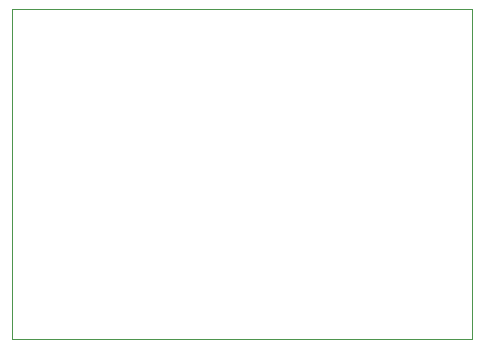
<source format=gbr>
%TF.GenerationSoftware,KiCad,Pcbnew,(5.1.6)-1*%
%TF.CreationDate,2020-10-13T17:38:00+02:00*%
%TF.ProjectId,MRF89XAM8A_Breakout,4d524638-3958-4414-9d38-415f42726561,rev?*%
%TF.SameCoordinates,Original*%
%TF.FileFunction,Profile,NP*%
%FSLAX46Y46*%
G04 Gerber Fmt 4.6, Leading zero omitted, Abs format (unit mm)*
G04 Created by KiCad (PCBNEW (5.1.6)-1) date 2020-10-13 17:38:00*
%MOMM*%
%LPD*%
G01*
G04 APERTURE LIST*
%TA.AperFunction,Profile*%
%ADD10C,0.050000*%
%TD*%
G04 APERTURE END LIST*
D10*
X81500000Y-83500000D02*
X81500000Y-111500000D01*
X120500000Y-83500000D02*
X81500000Y-83500000D01*
X120500000Y-111500000D02*
X120500000Y-83500000D01*
X81500000Y-111500000D02*
X120500000Y-111500000D01*
M02*

</source>
